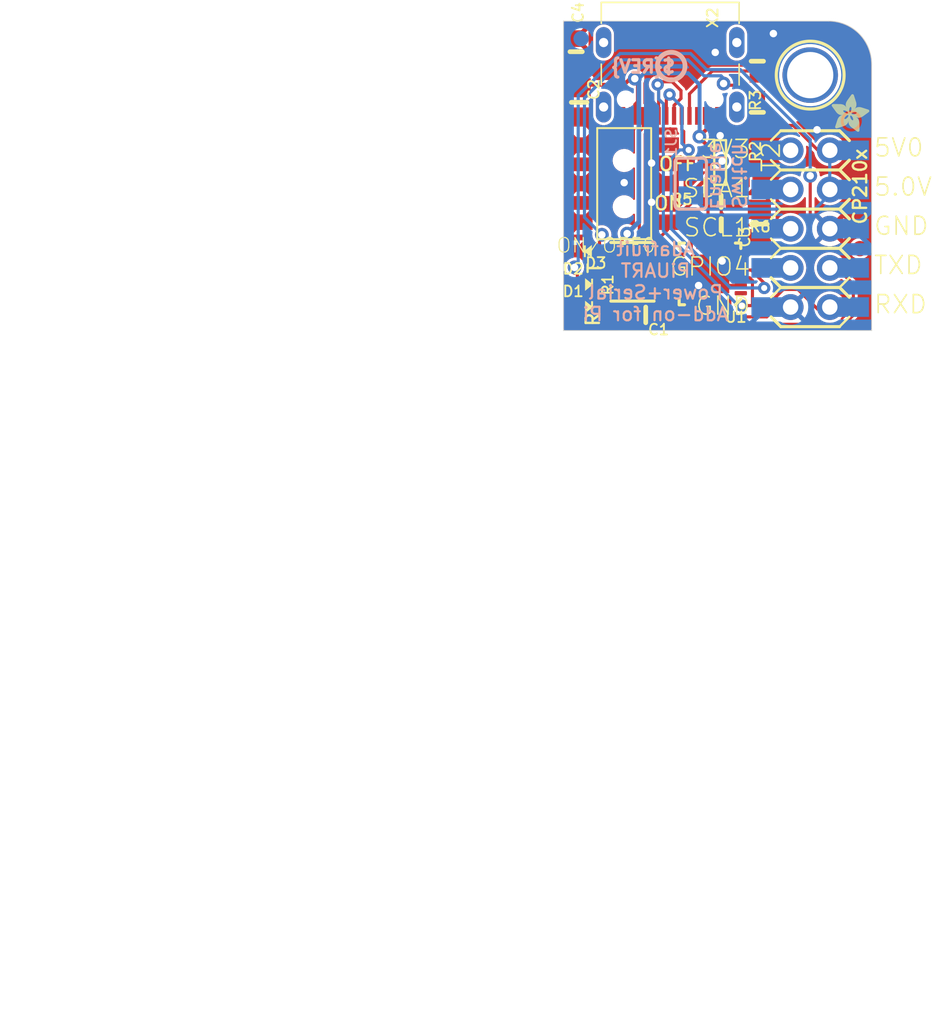
<source format=kicad_pcb>
(kicad_pcb (version 20221018) (generator pcbnew)
  (layers (0 "F.Cu" signal) (31 "B.Cu" signal) (34 "B.Paste" user) (35 "F.Paste" user) (36 "B.SilkS" user "B.Silkscreen") (37 "F.SilkS" user "F.Silkscreen") (38 "B.Mask" user) (39 "F.Mask" user) (44 "Edge.Cuts" user))
  (net 0 "")
  (net 1 "N$2")
  (net 2 "N$3")
  (net 3 "GND")
  (net 4 "N$4")
  (net 5 "VBUS")
  (net 6 "3.3V")
  (net 7 "N$6")
  (net 8 "N$7")
  (net 9 "RXD")
  (net 10 "TXD")
  (net 11 "VIN")
  (net 12 "N$13")
  (net 13 "NC1")
  (net 14 "NC2")
  (net 15 "NC4")
  (net 16 "NC3")
  (net 17 "5V")
  (net 18 "N$5")
  (net 19 "N$8")
  (net 20 "N$1")
  (net 21 "VBUS_DETECT")
  (net 22 "N$9")
  (net 23 "N$10")
  (footprint "working:MOUNTINGHOLE_3.0_PLATEDTHIN" (layer "F.Cu") (at 154.5082 98.4758)
    (fp_text reference "U$18" hide)
    (fp_text value "MOUNTINGHOLE3.0THIN" hide)
    (pad "P$1" thru_hole circle (at 0 0) (size 3.6 3.6) (drill 3) (layers "*.Cu" "*.Mask"))
    (zone (net 0) (net_name "") (layer "F.Cu") (connect_pads (clearance 0)) (min_thickness 0.25)
      (keepout (tracks not_allowed) (vias not_allowed) (pads not_allowed) (copperpour not_allowed) (footprints allowed))
      (fill (thermal_gap 0.5) (thermal_bridge_width 0.5))
      (polygon (pts (xy 156.5242 98.4758) (xy 156.50458 98.195227) (xy 156.446104 97.920115) (xy 156.349908 97.655819) (xy 156.217865 97.407483) (xy 156.052546 97.17994) (xy 155.857167 96.97762) (xy 155.635533 96.80446) (xy 155.391956 96.663831) (xy 155.131178 96.55847) (xy 154.858275 96.490428) (xy 154.578557 96.461028) (xy 154.297471 96.470844) (xy 154.020485 96.519684) (xy 153.752993 96.606597) (xy 153.5002 96.729893) (xy 153.267026 96.88717) (xy 153.058011 97.075369) (xy 152.877222 97.290825) (xy 152.728178 97.529345) (xy 152.61378 97.786287) (xy 152.536254 98.05665) (xy 152.497111 98.335171) (xy 152.497111 98.616429) (xy 152.536254 98.89495) (xy 152.61378 99.165313) (xy 152.728178 99.422255) (xy 152.877222 99.660775) (xy 153.058011 99.876231) (xy 153.267026 100.06443) (xy 153.5002 100.221707) (xy 153.752993 100.345003) (xy 154.020485 100.431916) (xy 154.297471 100.480756) (xy 154.578557 100.490572) (xy 154.858275 100.461172) (xy 155.131178 100.39313) (xy 155.391956 100.287769) (xy 155.635533 100.14714) (xy 155.857167 99.97398) (xy 156.052546 99.77166) (xy 156.217865 99.544117) (xy 156.349908 99.295781) (xy 156.446104 99.031485) (xy 156.50458 98.756373)))
      (polygon (pts (xy 154.4922 98.4758) (xy 154.496886 98.487114) (xy 154.5082 98.4918) (xy 154.519514 98.487114) (xy 154.5242 98.4758) (xy 154.519514 98.464486) (xy 154.5082 98.4598) (xy 154.496886 98.464486)))
    )
    (zone (net 0) (net_name "") (layer "B.Cu") (connect_pads (clearance 0)) (min_thickness 0.25)
      (keepout (tracks not_allowed) (vias not_allowed) (pads not_allowed) (copperpour not_allowed) (footprints allowed))
      (fill (thermal_gap 0.5) (thermal_bridge_width 0.5))
      (polygon (pts (xy 156.5242 98.4758) (xy 156.50458 98.195227) (xy 156.446104 97.920115) (xy 156.349908 97.655819) (xy 156.217865 97.407483) (xy 156.052546 97.17994) (xy 155.857167 96.97762) (xy 155.635533 96.80446) (xy 155.391956 96.663831) (xy 155.131178 96.55847) (xy 154.858275 96.490428) (xy 154.578557 96.461028) (xy 154.297471 96.470844) (xy 154.020485 96.519684) (xy 153.752993 96.606597) (xy 153.5002 96.729893) (xy 153.267026 96.88717) (xy 153.058011 97.075369) (xy 152.877222 97.290825) (xy 152.728178 97.529345) (xy 152.61378 97.786287) (xy 152.536254 98.05665) (xy 152.497111 98.335171) (xy 152.497111 98.616429) (xy 152.536254 98.89495) (xy 152.61378 99.165313) (xy 152.728178 99.422255) (xy 152.877222 99.660775) (xy 153.058011 99.876231) (xy 153.267026 100.06443) (xy 153.5002 100.221707) (xy 153.752993 100.345003) (xy 154.020485 100.431916) (xy 154.297471 100.480756) (xy 154.578557 100.490572) (xy 154.858275 100.461172) (xy 155.131178 100.39313) (xy 155.391956 100.287769) (xy 155.635533 100.14714) (xy 155.857167 99.97398) (xy 156.052546 99.77166) (xy 156.217865 99.544117) (xy 156.349908 99.295781) (xy 156.446104 99.031485) (xy 156.50458 98.756373)))
      (polygon (pts (xy 154.4922 98.4758) (xy 154.496886 98.487114) (xy 154.5082 98.4918) (xy 154.519514 98.487114) (xy 154.5242 98.4758) (xy 154.519514 98.464486) (xy 154.5082 98.4598) (xy 154.496886 98.464486)))
    )
  )
  (footprint "working:0603-NO" (layer "F.Cu") (at 148.7297 106.6546 180)
    (fp_text reference "R5" (at 1.778 0.127) (layer "F.SilkS") (effects (font (size 0.692831 0.692831) (thickness 0.119969)) (justify right)))
    (fp_text value "47K")
    (pad "1" smd rect (at -0.85 0 180) (size 1.075 1) (layers "F.Cu" "F.Paste" "F.Mask") (net 3 "GND"))
    (pad "2" smd rect (at 0.85 0 180) (size 1.075 1) (layers "F.Cu" "F.Paste" "F.Mask") (net 21 "VBUS_DETECT"))
  )
  (footprint "working:USB_C_CUSB31-CFM2AX-01-X" (layer "F.Cu") (at 145.4277 97.5741 180)
    (fp_text reference "X2" (at -2.75 3.56 90) (layer "F.SilkS") (effects (font (size 0.692831 0.692831) (thickness 0.119969)) (justify right)))
    (fp_text value "")
    (pad "" np_thru_hole circle (at -2.89 -2.47 180) (size 0.65 0.65) (drill 0.65) (layers "*.Cu" "*.Mask"))
    (pad "" np_thru_hole circle (at 2.89 -2.47 180) (size 0.65 0.65) (drill 0.65) (layers "*.Cu" "*.Mask"))
    (pad "A1B12" smd rect (at -3.2 -3.545 180) (size 0.575 1.15) (layers "F.Cu" "F.Paste" "F.Mask") (net 3 "GND"))
    (pad "A4B9" smd rect (at -2.4 -3.545 180) (size 0.575 1.15) (layers "F.Cu" "F.Paste" "F.Mask") (net 5 "VBUS"))
    (pad "A5" smd rect (at -1.25 -3.545 180) (size 0.275 1.15) (layers "F.Cu" "F.Paste" "F.Mask") (net 23 "N$10"))
    (pad "A6" smd rect (at -0.25 -3.545 180) (size 0.275 1.15) (layers "F.Cu" "F.Paste" "F.Mask") (net 1 "N$2"))
    (pad "A7" smd rect (at 0.25 -3.545 180) (size 0.275 1.15) (layers "F.Cu" "F.Paste" "F.Mask") (net 2 "N$3"))
    (pad "A8" smd rect (at 1.25 -3.545 180) (size 0.275 1.15) (layers "F.Cu" "F.Paste" "F.Mask"))
    (pad "B1A12" smd rect (at 3.2 -3.545 180) (size 0.575 1.15) (layers "F.Cu" "F.Paste" "F.Mask") (net 3 "GND"))
    (pad "B4A9" smd rect (at 2.4 -3.545 180) (size 0.575 1.15) (layers "F.Cu" "F.Paste" "F.Mask") (net 5 "VBUS"))
    (pad "B5" smd rect (at 1.75 -3.545 180) (size 0.275 1.15) (layers "F.Cu" "F.Paste" "F.Mask") (net 22 "N$9"))
    (pad "B6" smd rect (at 0.75 -3.545 180) (size 0.275 1.15) (layers "F.Cu" "F.Paste" "F.Mask") (net 1 "N$2"))
    (pad "B7" smd rect (at -0.75 -3.545 180) (size 0.275 1.15) (layers "F.Cu" "F.Paste" "F.Mask") (net 2 "N$3"))
    (pad "B8" smd rect (at -1.75 -3.545 180) (size 0.275 1.15) (layers "F.Cu" "F.Paste" "F.Mask"))
    (pad "M1" thru_hole oval (at -4.32 -2.97 270) (size 2 1) (drill 0.6) (layers "*.Cu" "*.Mask"))
    (pad "M2" thru_hole oval (at 4.32 -2.97 270) (size 2 1) (drill 0.6) (layers "*.Cu" "*.Mask"))
    (pad "M3" thru_hole oval (at -4.32 1.21 270) (size 2 1) (drill 0.6) (layers "*.Cu" "*.Mask"))
    (pad "M4" thru_hole oval (at 4.32 1.21 270) (size 2 1) (drill 0.6) (layers "*.Cu" "*.Mask"))
  )
  (footprint "working:0603-NO" (layer "F.Cu") (at 139.3267 96.9581 90)
    (fp_text reference "C4" (at 1.778 0.127 90) (layer "F.SilkS") (effects (font (size 0.692831 0.692831) (thickness 0.119969)) (justify left)))
    (fp_text value "0.1uF")
    (pad "1" smd rect (at -0.85 0 90) (size 1.075 1) (layers "F.Cu" "F.Paste" "F.Mask") (net 5 "VBUS"))
    (pad "2" smd rect (at 0.85 0 90) (size 1.075 1) (layers "F.Cu" "F.Paste" "F.Mask") (net 3 "GND"))
  )
  (footprint "working:ADAFRUIT_2.5MM" (layer "F.Cu") (at 155.9052 102.1461)
    (fp_text reference "U$8" hide)
    (fp_text value "" hide)
  )
  (footprint "working:0805-NO" (layer "F.Cu") (at 139.5222 100.2411 -90)
    (fp_text reference "C2" (at -1.5875 -0.9525 90) (layer "F.SilkS") (effects (font (size 0.692831 0.692831) (thickness 0.119969)) (justify right)))
    (fp_text value "10uF")
    (pad "1" smd rect (at -0.95 0 270) (size 1.24 1.5) (layers "F.Cu" "F.Paste" "F.Mask") (net 5 "VBUS"))
    (pad "2" smd rect (at 0.95 0 270) (size 1.24 1.5) (layers "F.Cu" "F.Paste" "F.Mask") (net 3 "GND"))
  )
  (footprint "working:RASPBERRYPI_2X5_THMSMT" (layer "F.Cu") (at 154.5082 108.4326)
    (fp_text reference "U$9" hide)
    (fp_text value "RASPBERRYPI_2X5" hide)
    (fp_text user "GPIO4" (at -3.81 1.778) (layer "F.SilkS") (effects (font (size 1.1684 1.1684) (thickness 0.1016)) (justify right top)))
    (fp_text user "SCL1" (at -3.81 -0.762) (layer "F.SilkS") (effects (font (size 1.1684 1.1684) (thickness 0.1016)) (justify right top)))
    (fp_text user "5.0V" (at 4.064 -2.032) (layer "F.SilkS") (effects (font (size 1.1684 1.1684) (thickness 0.1016)) (justify left bottom)))
    (fp_text user "3V3" (at -3.81 -5.842) (layer "F.SilkS") (effects (font (size 1.1684 1.1684) (thickness 0.1016)) (justify right top)))
    (fp_text user "SDA1" (at -3.81 -3.302) (layer "F.SilkS") (effects (font (size 1.1684 1.1684) (thickness 0.1016)) (justify right top)))
    (fp_text user "GND" (at -3.81 4.318) (layer "F.SilkS") (effects (font (size 1.1684 1.1684) (thickness 0.1016)) (justify right top)))
    (fp_text user "5V0" (at 4.064 -4.572) (layer "F.SilkS") (effects (font (size 1.1684 1.1684) (thickness 0.1016)) (justify left bottom)))
    (fp_text user "GND" (at 4.064 0.508) (layer "F.SilkS") (effects (font (size 1.1684 1.1684) (thickness 0.1016)) (justify left bottom)))
    (fp_text user "TXD" (at 4.064 3.048) (layer "F.SilkS") (effects (font (size 1.1684 1.1684) (thickness 0.1016)) (justify left bottom)))
    (fp_text user "RXD" (at 4.064 5.588) (layer "F.SilkS") (effects (font (size 1.1684 1.1684) (thickness 0.1016)) (justify left bottom)))
    (pad "1" thru_hole circle (at -1.27 -5.08 270) (size 1.6764 1.6764) (drill 1) (layers "*.Cu" "*.Mask") (net 13 "NC1"))
    (pad "1'" smd rect (at -2.794 -5.08 90) (size 1.27 2.032) (layers "B.Cu" "B.Paste" "B.Mask") (net 13 "NC1"))
    (pad "2" thru_hole circle (at 1.27 -5.08 270) (size 1.6764 1.6764) (drill 1) (layers "*.Cu" "*.Mask") (net 17 "5V"))
    (pad "2'" smd rect (at 2.794 -5.08 90) (size 1.27 2.032) (layers "B.Cu" "B.Paste" "B.Mask") (net 17 "5V"))
    (pad "3" thru_hole circle (at -1.27 -2.54 270) (size 1.6764 1.6764) (drill 1) (layers "*.Cu" "*.Mask") (net 14 "NC2"))
    (pad "3'" smd rect (at -2.794 -2.54 90) (size 1.27 2.032) (layers "B.Cu" "B.Paste" "B.Mask") (net 14 "NC2"))
    (pad "4" thru_hole circle (at 1.27 -2.54 270) (size 1.6764 1.6764) (drill 1) (layers "*.Cu" "*.Mask") (net 17 "5V"))
    (pad "4'" smd rect (at 2.794 -2.54 90) (size 1.27 2.032) (layers "B.Cu" "B.Paste" "B.Mask") (net 17 "5V"))
    (pad "5" thru_hole circle (at -1.27 0 270) (size 1.6764 1.6764) (drill 1) (layers "*.Cu" "*.Mask") (net 16 "NC3"))
    (pad "5'" smd rect (at -2.794 0 90) (size 1.27 2.032) (layers "B.Cu" "B.Paste" "B.Mask") (net 16 "NC3"))
    (pad "6" thru_hole circle (at 1.27 0 270) (size 1.6764 1.6764) (drill 1) (layers "*.Cu" "*.Mask") (net 3 "GND"))
    (pad "6'" smd rect (at 2.794 0 90) (size 1.27 2.032) (layers "B.Cu" "B.Paste" "B.Mask") (net 3 "GND"))
    (pad "7" thru_hole circle (at -1.27 2.54 270) (size 1.6764 1.6764) (drill 1) (layers "*.Cu" "*.Mask") (net 15 "NC4"))
    (pad "7'" smd rect (at -2.794 2.54 90) (size 1.27 2.032) (layers "B.Cu" "B.Paste" "B.Mask") (net 15 "NC4"))
    (pad "8" thru_hole circle (at 1.27 2.54 270) (size 1.6764 1.6764) (drill 1) (layers "*.Cu" "*.Mask") (net 10 "TXD"))
    (pad "8'" smd rect (at 2.794 2.54 90) (size 1.27 2.032) (layers "B.Cu" "B.Paste" "B.Mask") (net 10 "TXD"))
    (pad "9" thru_hole circle (at -1.27 5.08 270) (size 1.6764 1.6764) (drill 1) (layers "*.Cu" "*.Mask") (net 3 "GND"))
    (pad "9'" smd rect (at -2.794 5.08 90) (size 1.27 2.032) (layers "B.Cu" "B.Paste" "B.Mask") (net 3 "GND"))
    (pad "10" thru_hole circle (at 1.27 5.08 270) (size 1.6764 1.6764) (drill 1) (layers "*.Cu" "*.Mask") (net 9 "RXD"))
    (pad "10'" smd rect (at 2.794 5.08 90) (size 1.27 2.032) (layers "B.Cu" "B.Paste" "B.Mask") (net 9 "RXD"))
    (zone (net 0) (net_name "") (layer "F.Cu") (connect_pads (clearance 0)) (min_thickness 0.25)
      (keepout (tracks not_allowed) (vias not_allowed) (pads not_allowed) (copperpour not_allowed) (footprints allowed))
      (fill (thermal_gap 0.5) (thermal_bridge_width 0.5))
      (polygon (pts (xy 157.6064 98.4706) (xy 157.586193 98.117227) (xy 157.525837 97.76846) (xy 157.426118 97.428847) (xy 157.288335 97.102815) (xy 157.114286 96.794613) (xy 156.906239 96.508261) (xy 156.666906 96.247491) (xy 156.399408 96.015703) (xy 156.107232 95.815918) (xy 155.794187 95.650741) (xy 155.464353 95.522325) (xy 155.12203 95.432344) (xy 154.771683 95.381972) (xy 154.417876 95.371864) (xy 154.065224 95.402154) (xy 153.718323 95.472445) (xy 153.381696 95.581822) (xy 153.059731 95.728858) (xy 152.756626 95.911637) (xy 152.476332 96.127776) (xy 152.222502 96.374458) (xy 151.998447 96.648466) (xy 151.807087 96.946228) (xy 151.650917 97.263863) (xy 151.531972 97.597229) (xy 151.451803 97.941981) (xy 151.411456 98.293625) (xy 151.411456 98.647575) (xy 151.451803 98.999219) (xy 151.531972 99.343971) (xy 151.650917 99.677337) (xy 151.807087 99.994972) (xy 151.998447 100.292734) (xy 152.222502 100.566742) (xy 152.476332 100.813424) (xy 152.756626 101.029563) (xy 153.059731 101.212342) (xy 153.381696 101.359378) (xy 153.718323 101.468755) (xy 154.065224 101.539046) (xy 154.417876 101.569336) (xy 154.771683 101.559228) (xy 155.12203 101.508856) (xy 155.464353 101.418875) (xy 155.794187 101.290459) (xy 156.107232 101.125282) (xy 156.399408 100.925497) (xy 156.666906 100.693709) (xy 156.906239 100.432939) (xy 157.114286 100.146587) (xy 157.288335 99.838385) (xy 157.426118 99.512353) (xy 157.525837 99.17274) (xy 157.586193 98.823973)))
    )
  )
  (footprint "working:RESPACK_4X0603" (layer "F.Cu") (at 142.9807 111.2261 90)
    (fp_text reference "R1" (at -1.6 -1.6 90) (layer "F.SilkS") (effects (font (size 0.692831 0.692831) (thickness 0.119969)) (justify left)))
    (fp_text value "5.1K")
    (pad "1" smd rect (at -1.3 0.85 90) (size 0.45 0.9) (layers "F.Cu" "F.Paste" "F.Mask") (net 18 "N$5"))
    (pad "2" smd rect (at -0.4 0.85 90) (size 0.45 0.9) (layers "F.Cu" "F.Paste" "F.Mask") (net 8 "N$7"))
    (pad "3" smd rect (at 0.4 0.85 90) (size 0.45 0.9) (layers "F.Cu" "F.Paste" "F.Mask") (net 3 "GND"))
    (pad "4" smd rect (at 1.3 0.85 90) (size 0.45 0.9) (layers "F.Cu" "F.Paste" "F.Mask") (net 12 "N$13"))
    (pad "5" smd rect (at 1.3 -0.85 90) (size 0.45 0.9) (layers "F.Cu" "F.Paste" "F.Mask") (net 5 "VBUS"))
    (pad "6" smd rect (at 0.4 -0.85 90) (size 0.45 0.9) (layers "F.Cu" "F.Paste" "F.Mask") (net 22 "N$9"))
    (pad "7" smd rect (at -0.4 -0.85 90) (size 0.45 0.9) (layers "F.Cu" "F.Paste" "F.Mask") (net 19 "N$8"))
    (pad "8" smd rect (at -1.3 -0.85 90) (size 0.45 0.9) (layers "F.Cu" "F.Paste" "F.Mask") (net 7 "N$6"))
  )
  (footprint "working:SOT-23" (layer "F.Cu") (at 148.6662 104.1146 -90)
    (fp_text reference "T2" (at -1.397 -3.302 90) (layer "F.SilkS") (effects (font (size 1.1557 1.1557) (thickness 0.1143)) (justify right)))
    (fp_text value "DMG3415U")
    (pad "1" smd rect (at 0.0254 1.016 270) (size 0.7874 0.889) (layers "F.Cu" "F.Paste" "F.Mask") (net 11 "VIN"))
    (pad "2" smd rect (at -0.9398 -1.016 270) (size 0.7874 0.889) (layers "F.Cu" "F.Paste" "F.Mask") (net 5 "VBUS"))
    (pad "3" smd rect (at 0.9906 -1.016 270) (size 0.7874 0.889) (layers "F.Cu" "F.Paste" "F.Mask") (net 12 "N$13"))
  )
  (footprint "working:0603-NO" (layer "F.Cu") (at 151.0792 97.5741 -90)
    (fp_text reference "R3" (at 1.778 0.127 90) (layer "F.SilkS") (effects (font (size 0.692831 0.692831) (thickness 0.119969)) (justify right)))
    (fp_text value "5.1K")
    (pad "1" smd rect (at -0.85 0 270) (size 1.075 1) (layers "F.Cu" "F.Paste" "F.Mask") (net 3 "GND"))
    (pad "2" smd rect (at 0.85 0 270) (size 1.075 1) (layers "F.Cu" "F.Paste" "F.Mask") (net 23 "N$10"))
  )
  (footprint "working:0603-NO" (layer "F.Cu") (at 151.0792 100.8888 -90)
    (fp_text reference "R2" (at 1.778 0.127 90) (layer "F.SilkS") (effects (font (size 0.692831 0.692831) (thickness 0.119969)) (justify right)))
    (fp_text value "47K")
    (pad "1" smd rect (at -0.85 0 270) (size 1.075 1) (layers "F.Cu" "F.Paste" "F.Mask") (net 20 "N$1"))
    (pad "2" smd rect (at 0.85 0 270) (size 1.075 1) (layers "F.Cu" "F.Paste" "F.Mask") (net 17 "5V"))
  )
  (footprint "working:QFN24_4MM_SMSC" (layer "F.Cu") (at 148.0067 111.3631 180)
    (fp_text reference "U1" (at -2.45 -2.8) (layer "F.SilkS") (effects (font (size 0.692831 0.692831) (thickness 0.119969)) (justify right)))
    (fp_text value "CP2104")
    (pad "1" smd roundrect (at -2 -1.25) (size 0.8 0.28) (layers "F.Cu" "F.Paste" "F.Mask"))
    (pad "2" smd roundrect (at -2 -0.75) (size 0.8 0.28) (layers "F.Cu" "F.Paste" "F.Mask") (net 3 "GND"))
    (pad "3" smd roundrect (at -2 -0.25) (size 0.8 0.28) (layers "F.Cu" "F.Paste" "F.Mask") (net 1 "N$2"))
    (pad "4" smd roundrect (at -2 0.25) (size 0.8 0.28) (layers "F.Cu" "F.Paste" "F.Mask") (net 2 "N$3"))
    (pad "5" smd roundrect (at -2 0.75) (size 0.8 0.28) (layers "F.Cu" "F.Paste" "F.Mask") (net 6 "3.3V"))
    (pad "6" smd roundrect (at -2 1.25) (size 0.8 0.28) (layers "F.Cu" "F.Paste" "F.Mask") (net 6 "3.3V"))
    (pad "7" smd roundrect (at -1.25 2 270) (size 0.8 0.28) (layers "F.Cu" "F.Paste" "F.Mask") (net 5 "VBUS"))
    (pad "8" smd roundrect (at -0.75 2 270) (size 0.8 0.28) (layers "F.Cu" "F.Paste" "F.Mask") (net 21 "VBUS_DETECT"))
    (pad "9" smd roundrect (at -0.25 2 270) (size 0.8 0.28) (layers "F.Cu" "F.Paste" "F.Mask"))
    (pad "10" smd roundrect (at 0.25 2 270) (size 0.8 0.28) (layers "F.Cu" "F.Paste" "F.Mask"))
    (pad "11" smd roundrect (at 0.75 2 270) (size 0.8 0.28) (layers "F.Cu" "F.Paste" "F.Mask"))
    (pad "12" smd roundrect (at 1.25 2 270) (size 0.8 0.28) (layers "F.Cu" "F.Paste" "F.Mask"))
    (pad "13" smd roundrect (at 2 1.25 180) (size 0.8 0.28) (layers "F.Cu" "F.Paste" "F.Mask") (net 8 "N$7"))
    (pad "14" smd roundrect (at 2 0.75 180) (size 0.8 0.28) (layers "F.Cu" "F.Paste" "F.Mask") (net 18 "N$5"))
    (pad "15" smd roundrect (at 2 0.25 180) (size 0.8 0.28) (layers "F.Cu" "F.Paste" "F.Mask"))
    (pad "16" smd roundrect (at 2 -0.25 180) (size 0.8 0.28) (layers "F.Cu" "F.Paste" "F.Mask") (net 4 "N$4"))
    (pad "17" smd roundrect (at 2 -0.75 180) (size 0.8 0.28) (layers "F.Cu" "F.Paste" "F.Mask"))
    (pad "18" smd roundrect (at 2 -1.25 180) (size 0.8 0.28) (layers "F.Cu" "F.Paste" "F.Mask"))
    (pad "19" smd roundrect (at 1.25 -2 90) (size 0.8 0.28) (layers "F.Cu" "F.Paste" "F.Mask"))
    (pad "20" smd roundrect (at 0.75 -2 90) (size 0.8 0.28) (layers "F.Cu" "F.Paste" "F.Mask") (net 10 "TXD"))
    (pad "21" smd roundrect (at 0.25 -2 90) (size 0.8 0.28) (layers "F.Cu" "F.Paste" "F.Mask") (net 9 "RXD"))
    (pad "22" smd roundrect (at -0.25 -2 90) (size 0.8 0.28) (layers "F.Cu" "F.Paste" "F.Mask"))
    (pad "23" smd roundrect (at -0.75 -2 90) (size 0.8 0.28) (layers "F.Cu" "F.Paste" "F.Mask"))
    (pad "24" smd roundrect (at -1.25 -2 90) (size 0.8 0.28) (layers "F.Cu" "F.Paste" "F.Mask"))
    (pad "THERM" smd rect (at 0 0 180) (size 2.5 2.5) (layers "F.Cu" "F.Mask") (net 3 "GND"))
  )
  (footprint "working:FIDUCIAL_1MM" (layer "F.Cu") (at 157.7297 109.7251)
    (fp_text reference "FID1" hide)
    (fp_text value "FIDUCIAL_1MM" hide)
    (pad "1" smd roundrect (at 0 0) (size 1 1) (layers "F.Cu" "F.Mask") (roundrect_rratio 0.5))
  )
  (footprint "working:0805-NO" (layer "F.Cu") (at 143.8402 114.0206 180)
    (fp_text reference "C1" (at -1.5875 -0.9525) (layer "F.SilkS") (effects (font (size 0.692831 0.692831) (thickness 0.119969)) (justify right)))
    (fp_text value "10uF")
    (pad "1" smd rect (at -0.95 0 180) (size 1.24 1.5) (layers "F.Cu" "F.Paste" "F.Mask") (net 4 "N$4"))
    (pad "2" smd rect (at 0.95 0 180) (size 1.24 1.5) (layers "F.Cu" "F.Paste" "F.Mask") (net 3 "GND"))
  )
  (footprint "working:CHIPLED_0603_NOOUTLINE" (layer "F.Cu") (at 140.1572 112.0521 -90)
    (fp_text reference "D2" (at -1.016 1.778) (layer "F.SilkS") (effects (font (size 0.692831 0.692831) (thickness 0.119969)) (justify left)))
    (fp_text value "YELLOW")
    (pad "A" smd rect (at 0 0.75 270) (size 0.8 0.8) (layers "F.Cu" "F.Paste" "F.Mask") (net 6 "3.3V"))
    (pad "C" smd rect (at 0 -0.75 270) (size 0.8 0.8) (layers "F.Cu" "F.Paste" "F.Mask") (net 19 "N$8"))
  )
  (footprint "working:CHIPLED_0603_NOOUTLINE" (layer "F.Cu") (at 140.1572 113.5126 -90)
    (fp_text reference "D1" (at -1.016 1.778) (layer "F.SilkS") (effects (font (size 0.692831 0.692831) (thickness 0.119969)) (justify left)))
    (fp_text value "RED")
    (pad "A" smd rect (at 0 0.75 270) (size 0.8 0.8) (layers "F.Cu" "F.Paste" "F.Mask") (net 6 "3.3V"))
    (pad "C" smd rect (at 0 -0.75 270) (size 0.8 0.8) (layers "F.Cu" "F.Paste" "F.Mask") (net 7 "N$6"))
  )
  (footprint "working:EG1390" (layer "F.Cu") (at 142.4432 105.5116 90)
    (fp_text reference "ON/OFF0" (at -4 2.1) (layer "F.SilkS") (effects (font (size 0.941222 0.941222) (thickness 0.074778)) (justify right)))
    (fp_text value "EG1390")
    (pad "" np_thru_hole circle (at -1.5 0 90) (size 1 1) (drill 1) (layers "*.Cu" "*.Mask"))
    (pad "" np_thru_hole circle (at 1.5 0 90) (size 1 1) (drill 1) (layers "*.Cu" "*.Mask"))
    (pad "O1" smd rect (at -2.5 -2.8 90) (size 1 1.5) (layers "F.Cu" "F.Paste" "F.Mask") (net 3 "GND"))
    (pad "O2" smd rect (at -2.5 2.8 90) (size 1 1.5) (layers "F.Cu" "F.Paste" "F.Mask") (net 12 "N$13"))
    (pad "P1" smd rect (at 0 -2.8 90) (size 1 1.5) (layers "F.Cu" "F.Paste" "F.Mask") (net 3 "GND"))
    (pad "P2" smd rect (at 0 2.8 90) (size 1 1.5) (layers "F.Cu" "F.Paste" "F.Mask") (net 3 "GND"))
    (pad "S1" smd rect (at 2.5 -2.8 90) (size 1 1.5) (layers "F.Cu" "F.Paste" "F.Mask") (net 3 "GND"))
    (pad "S2" smd rect (at 2.5 2.8 90) (size 1 1.5) (layers "F.Cu" "F.Paste" "F.Mask"))
  )
  (footprint "working:CHIPLED_0603_NOOUTLINE" (layer "F.Cu") (at 140.0937 109.8931 90)
    (fp_text reference "D3" (at -0.762 1.27) (layer "F.SilkS") (effects (font (size 0.692831 0.692831) (thickness 0.119969)) (justify right)))
    (fp_text value "GREEN")
    (pad "A" smd rect (at 0 0.75 90) (size 0.8 0.8) (layers "F.Cu" "F.Paste" "F.Mask") (net 20 "N$1"))
    (pad "C" smd rect (at 0 -0.75 90) (size 0.8 0.8) (layers "F.Cu" "F.Paste" "F.Mask") (net 3 "GND"))
  )
  (footprint "working:0805-NO" (layer "F.Cu") (at 151.2107 108.1341 90)
    (fp_text reference "C3" (at -1.5875 -0.9525 90) (layer "F.SilkS") (effects (font (size 0.692831 0.692831) (thickness 0.119969)) (justify left)))
    (fp_text value "10uF")
    (pad "1" smd rect (at -0.95 0 90) (size 1.24 1.5) (layers "F.Cu" "F.Paste" "F.Mask") (net 6 "3.3V"))
    (pad "2" smd rect (at 0.95 0 90) (size 1.24 1.5) (layers "F.Cu" "F.Paste" "F.Mask") (net 3 "GND"))
  )
  (footprint "working:FIDUCIAL_1MM" (layer "F.Cu") (at 142.8877 96.0501)
    (fp_text reference "FID2" hide)
    (fp_text value "FIDUCIAL_1MM" hide)
    (pad "1" smd roundrect (at 0 0) (size 1 1) (layers "F.Cu" "F.Mask") (roundrect_rratio 0.5))
  )
  (footprint "working:0603-NO" (layer "F.Cu") (at 148.7297 108.1786)
    (fp_text reference "R6" (at 1.778 0.127) (layer "F.SilkS") (effects (font (size 0.692831 0.692831) (thickness 0.119969)) (justify left)))
    (fp_text value "20K")
    (pad "1" smd rect (at -0.85 0) (size 1.075 1) (layers "F.Cu" "F.Paste" "F.Mask") (net 21 "VBUS_DETECT"))
    (pad "2" smd rect (at 0.85 0) (size 1.075 1) (layers "F.Cu" "F.Paste" "F.Mask") (net 5 "VBUS"))
  )
  (footprint "working:FIDUCIAL_1MM" (layer "B.Cu") (at 157.1752 101.4476 180)
    (fp_text reference "FID3" hide)
    (fp_text value "FIDUCIAL_1MM" hide)
    (pad "1" smd roundrect (at 0 0 180) (size 1 1) (layers "B.Cu" "B.Mask") (roundrect_rratio 0.5))
  )
  (footprint "working:PCBFEAT-REV-040" (layer "B.Cu") (at 145.4912 97.8916 180)
    (fp_text reference "U$17" hide)
    (fp_text value "" hide)
    (fp_text user "${REV}" (at -0.3556 -0.508) (layer "B.SilkS") (effects (font (size 0.8128 0.8128) (thickness 0.2032)) (justify left bottom mirror)))
  )
  (footprint "working:FIDUCIAL_1MM" (layer "B.Cu") (at 139.6492 96.1136 180)
    (fp_text reference "FID4" hide)
    (fp_text value "FIDUCIAL_1MM" hide)
    (pad "1" smd roundrect (at 0 0 180) (size 1 1) (layers "B.Cu" "B.Mask") (roundrect_rratio 0.5))
  )
  (footprint "working:SOLDERJUMPER_CLOSEDWIRE" (layer "B.Cu") (at 146.7612 105.5116 -90)
    (fp_text reference "SJ1" (at -1.651 1.27 -270) (layer "B.SilkS") (effects (font (size 0.692831 0.692831) (thickness 0.119969)) (justify right mirror)))
    (fp_text value "")
    (pad "1" smd rect (at -0.762 0 270) (size 1.1684 1.6002) (layers "B.Cu") (net 11 "VIN"))
    (pad "2" smd rect (at 0.762 0 270) (size 1.1684 1.6002) (layers "B.Cu") (net 17 "5V"))
    (pad "WIRE" smd rect (at 0 0 90) (size 0.635 0.2032) (layers "B.Cu"))
  )
  (gr_line (start 158.496 115.0366) (end 138.5062 115.0366) (stroke (width 0.05)) (layer "Edge.Cuts"))
  (gr_line (start 138.5062 94.9706) (end 155.702 94.9706) (stroke (width 0.05)) (layer "Edge.Cuts"))
  (gr_arc (start 155.702 94.9706) (mid 157.677656 95.788944) (end 158.496 97.7646) (stroke (width 0.05)) (layer "Edge.Cuts"))
  (gr_line (start 158.496 97.7646) (end 158.496 115.0366) (stroke (width 0.05)) (layer "Edge.Cuts"))
  (gr_line (start 138.5062 115.0366) (end 138.5062 94.9706) (stroke (width 0.05)) (layer "Edge.Cuts"))
  (gr_text "Switch\nEnable" (at 149.1742 105.0036 -90) (layer "B.SilkS") (effects (font (size 0.87376 0.87376) (thickness 0.14224)) (justify mirror)))
  (gr_text "Adafruit\nPiUART\nPower+Serial\nAdd-on for Pi" (at 144.4752 111.8616) (layer "B.SilkS") (effects (font (size 0.87376 0.87376) (thickness 0.14224)) (justify mirror)))
  (gr_text "T" (at 141.0462 111.4171 90) (layer "F.SilkS") (effects (font (size 0.8636 0.8636) (thickness 0.1524)) (justify left bottom)))
  (gr_text "R" (at 140.9192 114.8461 90) (layer "F.SilkS") (effects (font (size 0.8636 0.8636) (thickness 0.1524)) (justify left bottom)))
  (gr_text "CP210x" (at 157.7467 105.7021 90) (layer "F.SilkS") (effects (font (size 0.8636 0.8636) (thickness 0.1524))))
  (gr_text "OFF" (at 147.2057 103.7336) (layer "F.SilkS") (effects (font (size 0.87376 0.87376) (thickness 0.14224)) (justify right top)))
  (gr_text "ON" (at 146.3167 106.2736) (layer "F.SilkS") (effects (font (size 0.87376 0.87376) (thickness 0.14224)) (justify right top)))
  (segment (start 144.612853 99.084754) (end 144.6777 99.1496) (width 0.2032) (layer "F.Cu") (net 1))
  (segment (start 146.1262 99.4791) (end 146.1262 99.9871) (width 0.2032) (layer "F.Cu") (net 1))
  (segment (start 144.6777 99.1496) (end 144.9197 98.9076) (width 0.2032) (layer "F.Cu") (net 1))
  (segment (start 145.5547 98.9076) (end 146.1262 99.4791) (width 0.2032) (layer "F.Cu") (net 1))
  (segment (start 145.6777 100.4356) (end 145.6777 101.1191) (width 0.2032) (layer "F.Cu") (net 1))
  (segment (start 146.1262 99.9871) (end 145.6777 100.4356) (width 0.2032) (layer "F.Cu") (net 1))
  (segment (start 150.7617 111.7966) (end 150.7617 113.41735) (width 0.2032) (layer "F.Cu") (net 1))
  (segment (start 150.0067 111.6131) (end 150.5782 111.6131) (width 0.2032) (layer "F.Cu") (net 1))
  (segment (start 144.6777 101.1191) (end 144.6777 99.1496) (width 0.2032) (layer "F.Cu") (net 1))
  (segment (start 150.0632 113.41735) (end 150.7617 113.41735) (width 0.2032) (layer "F.Cu") (net 1))
  (segment (start 150.7617 111.7966) (end 150.5782 111.6131) (width 0.2032) (layer "F.Cu") (net 1))
  (segment (start 144.9197 98.9076) (end 145.5547 98.9076) (width 0.2032) (layer "F.Cu") (net 1))
  (via (at 150.0632 113.41735) (size 0.8001) (drill 0.3937) (layers "F.Cu" "B.Cu") (net 1))
  (via (at 144.612853 99.084754) (size 0.8001) (drill 0.3937) (layers "F.Cu" "B.Cu") (net 1))
  (segment (start 144.6777 100.0259) (end 144.6777 99.1496) (width 0.2032) (layer "B.Cu") (net 1))
  (segment (start 149.84095 113.41735) (end 144.9832 108.5596) (width 0.2032) (layer "B.Cu") (net 1))
  (segment (start 144.6777 99.1496) (end 144.612853 99.084754) (width 0.2032) (layer "B.Cu") (net 1))
  (segment (start 144.9832 108.5596) (end 144.9832 100.3314) (width 0.2032) (layer "B.Cu") (net 1))
  (segment (start 150.0632 113.41735) (end 149.84095 113.41735) (width 0.2032) (layer "B.Cu") (net 1))
  (segment (start 144.9832 100.3314) (end 144.6777 100.0259) (width 0.2032) (layer "B.Cu") (net 1))
  (segment (start 146.3047 102.1351) (end 146.3047 103.010225) (width 0.2032) (layer "F.Cu") (net 2))
  (segment (start 150.0067 111.1131) (end 150.67995 111.1131) (width 0.2032) (layer "F.Cu") (net 2))
  (segment (start 146.3047 102.1351) (end 146.1777 102.0081) (width 0.2032) (layer "F.Cu") (net 2))
  (segment (start 151.5237 112.27435) (end 151.68245 112.1156) (width 0.2032) (layer "F.Cu") (net 2))
  (segment (start 145.1777 99.938788) (end 145.38255 99.733938) (width 0.2032) (layer "F.Cu") (net 2))
  (segment (start 146.3047 103.010225) (end 146.6222 103.327725) (width 0.2032) (layer "F.Cu") (net 2))
  (segment (start 151.68245 112.1156) (end 150.67995 111.1131) (width 0.2032) (layer "F.Cu") (net 2))
  (segment (start 145.1777 101.1191) (end 145.1777 99.938788) (width 0.2032) (layer "F.Cu") (net 2))
  (segment (start 146.1777 101.1191) (end 146.1777 102.0081) (width 0.2032) (layer "F.Cu") (net 2))
  (via (at 145.38255 99.733938) (size 0.8001) (drill 0.3937) (layers "F.Cu" "B.Cu") (net 2))
  (via (at 146.6222 103.327725) (size 0.8001) (drill 0.3937) (layers "F.Cu" "B.Cu") (net 2))
  (via (at 151.5237 112.27435) (size 0.8001) (drill 0.3937) (layers "F.Cu" "B.Cu") (net 2))
  (segment (start 149.33295 112.27435) (end 145.4912 108.4326) (width 0.2032) (layer "B.Cu") (net 2))
  (segment (start 146.1897 102.895225) (end 146.6222 103.327725) (width 0.2032) (layer "B.Cu") (net 2))
  (segment (start 146.6222 103.327725) (end 146.0507 103.327725) (width 0.2032) (layer "B.Cu") (net 2))
  (segment (start 151.5237 112.27435) (end 149.33295 112.27435) (width 0.2032) (layer "B.Cu") (net 2))
  (segment (start 145.4912 108.4326) (end 145.4912 103.887225) (width 0.2032) (layer "B.Cu") (net 2))
  (segment (start 146.0507 103.327725) (end 145.4912 103.887225) (width 0.2032) (layer "B.Cu") (net 2))
  (segment (start 145.38255 99.733938) (end 146.1897 100.541088) (width 0.2032) (layer "B.Cu") (net 2))
  (segment (start 146.1897 100.541088) (end 146.1897 102.895225) (width 0.2032) (layer "B.Cu") (net 2))
  (segment (start 142.8902 114.0206) (end 142.8902 113.8276) (width 0.254) (layer "F.Cu") (net 3))
  (segment (start 151.0792 96.8121) (end 151.0792 96.7241) (width 0.2032) (layer "F.Cu") (net 3))
  (segment (start 150.2605 97.6308) (end 151.0792 96.8121) (width 0.1778) (layer "F.Cu") (net 3))
  (segment (start 149.5797 106.6546) (end 150.6812 106.6546) (width 0.2032) (layer "F.Cu") (net 3))
  (segment (start 148.4512 110.5281) (end 148.4512 110.9186) (width 0.2032) (layer "F.Cu") (net 3))
  (segment (start 148.3487 97.0026) (end 148.801918 97.0026) (width 0.1778) (layer "F.Cu") (net 3))
  (segment (start 148.7932 110.5281) (end 148.4512 110.5281) (width 0.2032) (layer "F.Cu") (net 3))
  (segment (start 148.7567 112.1131) (end 149.0107 112.1131) (width 0.254) (layer "F.Cu") (net 3))
  (segment (start 148.0067 111.3631) (end 148.4512 110.9186) (width 0.2032) (layer "F.Cu") (net 3))
  (segment (start 148.0067 111.3631) (end 148.7567 112.1131) (width 0.254) (layer "F.Cu") (net 3))
  (segment (start 149.0107 112.1131) (end 150.0067 112.1131) (width 0.2032) (layer "F.Cu") (net 3))
  (segment (start 150.6812 106.6546) (end 151.2107 107.1841) (width 0.2032) (layer "F.Cu") (net 3))
  (segment (start 148.801918 97.0026) (end 149.430118 97.6308) (width 0.1778) (layer "F.Cu") (net 3))
  (segment (start 149.430118 97.6308) (end 150.2605 97.6308) (width 0.1778) (layer "F.Cu") (net 3))
  (via (at 142.4432 105.4481) (size 0.889) (drill 0.4826) (layers "F.Cu" "B.Cu") (net 3))
  (via (at 148.6662 102.4001) (size 0.889) (drill 0.4826) (layers "F.Cu" "B.Cu") (net 3))
  (via (at 147.2692 112.1156) (size 0.889) (drill 0.4826) (layers "F.Cu" "B.Cu") (net 3))
  (via (at 144.2212 104.1781) (size 0.889) (drill 0.4826) (layers "F.Cu" "B.Cu") (net 3))
  (via (at 148.7932 110.5281) (size 0.889) (drill 0.4826) (layers "F.Cu" "B.Cu") (net 3))
  (via (at 152.1206 95.7834) (size 0.889) (drill 0.4826) (layers "F.Cu" "B.Cu") (net 3))
  (via (at 148.3487 97.0026) (size 0.889) (drill 0.4826) (layers "F.Cu" "B.Cu") (net 3))
  (via (at 154.9527 102.0191) (size 0.889) (drill 0.4826) (layers "F.Cu" "B.Cu") (net 3))
  (via (at 144.2212 106.7181) (size 0.889) (drill 0.4826) (layers "F.Cu" "B.Cu") (net 3))
  (segment (start 157.3022 108.4326) (end 155.7782 108.4326) (width 0.2032) (layer "B.Cu") (net 3))
  (segment (start 145.531 111.6131) (end 145.15 111.9941) (width 0.2032) (layer "F.Cu") (net 4))
  (segment (start 145.15 113.49585) (end 144.7902 113.85565) (width 0.2032) (layer "F.Cu") (net 4))
  (segment (start 145.15 111.9941) (end 145.15 113.49585) (width 0.2032) (layer "F.Cu") (net 4))
  (segment (start 146.0067 111.6131) (end 145.531 111.6131) (width 0.2032) (layer "F.Cu") (net 4))
  (segment (start 144.7902 114.0206) (end 144.7902 113.85565) (width 0.2032) (layer "F.Cu") (net 4))
  (segment (start 143.129731 98.705132) (end 143.358 98.9334) (width 0.254) (layer "F.Cu") (net 5))
  (segment (start 150.3172 105.8291) (end 150.4823 105.664) (width 0.2032) (layer "F.Cu") (net 5))
  (segment (start 149.5797 108.1786) (end 149.2652 108.4931) (width 0.254) (layer "F.Cu") (net 5))
  (segment (start 148.7374 106.02835) (end 148.93665 105.8291) (width 0.2032) (layer "F.Cu") (net 5))
  (segment (start 148.93665 105.8291) (end 150.3172 105.8291) (width 0.2032) (layer "F.Cu") (net 5))
  (segment (start 139.5222 99.2911) (end 139.7127 99.1006) (width 0.254) (layer "F.Cu") (net 5))
  (segment (start 149.2652 108.4931) (end 149.2597 108.4931) (width 0.254) (layer "F.Cu") (net 5))
  (segment (start 150.4823 104.5591) (end 149.6822 103.759) (width 0.2032) (layer "F.Cu") (net 5))
  (segment (start 147.41495 102.62235) (end 147.9674 103.1748) (width 0.254) (layer "F.Cu") (net 5))
  (segment (start 147.9674 103.1748) (end 149.6822 103.1748) (width 0.254) (layer "F.Cu") (net 5))
  (segment (start 149.5162 108.1786) (end 148.7374 107.3998) (width 0.2032) (layer "F.Cu") (net 5))
  (segment (start 149.5797 108.1786) (end 149.5162 108.1786) (width 0.2032) (layer "F.Cu") (net 5))
  (segment (start 147.3197 102.4526) (end 147.3197 102.4636) (width 0.254) (layer "F.Cu") (net 5))
  (segment (start 143.0277 101.1191) (end 143.1801 100.9667) (width 0.254) (layer "F.Cu") (net 5))
  (segment (start 143.1801 100.400138) (end 143.1801 100.9667) (width 0.254) (layer "F.Cu") (net 5))
  (segment (start 139.3267 97.8081) (end 139.3267 99.0956) (width 0.2032) (layer "F.Cu") (net 5))
  (segment (start 142.6337 108.7501) (end 142.3162 109.0676) (width 0.2032) (layer "F.Cu") (net 5))
  (segment (start 147.41495 102.55885) (end 147.41495 102.62235) (width 0.254) (layer "F.Cu") (net 5))
  (segment (start 149.2597 109.3601) (end 149.2567 109.3631) (width 0.254) (layer "F.Cu") (net 5))
  (segment (start 143.358 100.222238) (end 143.1801 100.400138) (width 0.3048) (layer "F.Cu") (net 5))
  (segment (start 147.3197 102.4636) (end 147.41495 102.55885) (width 0.254) (layer "F.Cu") (net 5))
  (segment (start 147.8277 101.9446) (end 147.3197 102.4526) (width 0.254) (layer "F.Cu") (net 5))
  (segment (start 142.831168 98.705132) (end 143.129731 98.705132) (width 0.254) (layer "F.Cu") (net 5))
  (segment (start 142.831168 98.705132) (end 142.4357 99.1006) (width 0.254) (layer "F.Cu") (net 5))
  (segment (start 149.6822 103.1748) (end 149.6822 103.759) (width 0.2032) (layer "F.Cu") (net 5))
  (segment (start 142.3162 109.0676) (end 142.3162 109.7406) (width 0.2032) (layer "F.Cu") (net 5))
  (segment (start 147.8277 101.1191) (end 147.8277 101.9446) (width 0.254) (layer "F.Cu") (net 5))
  (segment (start 142.1307 109.9261) (end 142.3162 109.7406) (width 0.2032) (layer "F.Cu") (net 5))
  (segment (start 149.2597 108.4931) (end 149.2597 109.3601) (width 0.254) (layer "F.Cu") (net 5))
  (segment (start 148.7374 107.3998) (end 148.7374 106.02835) (width 0.2032) (layer "F.Cu") (net 5))
  (segment (start 139.3267 99.0956) (end 139.5222 99.2911) (width 0.2032) (layer "F.Cu") (net 5))
  (segment (start 143.358 98.9334) (end 143.358 100.222238) (width 0.3048) (layer "F.Cu") (net 5))
  (segment (start 150.4823 105.664) (end 150.4823 104.5591) (width 0.2032) (layer "F.Cu") (net 5))
  (segment (start 142.4357 99.1006) (end 139.7127 99.1006) (width 0.254) (layer "F.Cu") (net 5))
  (via (at 142.6337 108.7501) (size 0.889) (drill 0.4826) (layers "F.Cu" "B.Cu") (net 5))
  (via (at 147.3197 102.4636) (size 0.889) (drill 0.4826) (layers "F.Cu" "B.Cu") (net 5))
  (via (at 143.129731 98.705132) (size 0.889) (drill 0.4826) (layers "F.Cu" "B.Cu") (net 5))
  (segment (start 146.5891 98.3545) (end 143.734362 98.3545) (width 0.254) (layer "B.Cu") (net 5))
  (segment (start 147.3197 102.4636) (end 147.3327 102.4506) (width 0.254) (layer "B.Cu") (net 5))
  (segment (start 143.734362 98.3545) (end 143.383731 98.705132) (width 0.254) (layer "B.Cu") (net 5))
  (segment (start 143.383731 98.705132) (end 143.129731 98.705132) (width 0.254) (layer "B.Cu") (net 5))
  (segment (start 147.3327 102.4506) (end 147.3327 99.0981) (width 0.254) (layer "B.Cu") (net 5))
  (segment (start 143.129731 98.705132) (end 143.3957 98.9711) (width 0.3048) (layer "B.Cu") (net 5))
  (segment (start 143.3957 107.9881) (end 142.6337 108.7501) (width 0.3048) (layer "B.Cu") (net 5))
  (segment (start 143.3957 98.9711) (end 143.3957 107.9881) (width 0.3048) (layer "B.Cu") (net 5))
  (segment (start 147.3327 99.0981) (end 146.5891 98.3545) (width 0.254) (layer "B.Cu") (net 5))
  (segment (start 139.4072 112.0521) (end 139.4072 113.5126) (width 0.2032) (layer "F.Cu") (net 6))
  (segment (start 154.5082 105.0036) (end 154.5082 109.3216) (width 0.2032) (layer "F.Cu") (net 6))
  (segment (start 150.0067 110.1131) (end 150.0067 110.0646) (width 0.2032) (layer "F.Cu") (net 6))
  (segment (start 154.1272 109.7026) (end 151.4542 109.7026) (width 0.2032) (layer "F.Cu") (net 6))
  (segment (start 151.2107 109.0841) (end 151.4542 109.3276) (width 0.2032) (layer "F.Cu") (net 6))
  (segment (start 139.223012 111.3218) (end 139.223012 110.9408) (width 0.2032) (layer "F.Cu") (net 6))
  (segment (start 150.2887 109.7826) (end 150.0067 110.0646) (width 0.2032) (layer "F.Cu") (net 6))
  (segment (start 139.4072 112.0521) (end 139.4072 111.328113) (width 0.2032) (layer "F.Cu") (net 6))
  (segment (start 150.0067 110.6131) (end 150.0067 110.1131) (width 0.2032) (layer "F.Cu") (net 6))
  (segment (start 150.5122 109.7826) (end 150.2887 109.7826) (width 0.2032) (layer "F.Cu") (net 6))
  (segment (start 154.5082 109.3216) (end 154.1272 109.7026) (width 0.2032) (layer "F.Cu") (net 6))
  (segment (start 151.4542 109.3276) (end 151.4542 109.7026) (width 0.2032) (layer "F.Cu") (net 6))
  (segment (start 151.2107 109.0841) (end 150.5122 109.7826) (width 0.2032) (layer "F.Cu") (net 6))
  (segment (start 139.413512 111.3218) (end 139.4072 111.328113) (width 0.2032) (layer "F.Cu") (net 6))
  (segment (start 139.413512 111.3218) (end 139.223012 111.3218) (width 0.2032) (layer "F.Cu") (net 6))
  (via (at 139.223012 110.9408) (size 0.889) (drill 0.4826) (layers "F.Cu" "B.Cu") (net 6))
  (via (at 154.5082 105.0036) (size 0.889) (drill 0.4826) (layers "F.Cu" "B.Cu") (net 6))
  (segment (start 147.786062 98.1153) (end 149.9694 98.1153) (width 0.2032) (layer "B.Cu") (net 6))
  (segment (start 142.1769 97.0784) (end 146.749162 97.0784) (width 0.2032) (layer "B.Cu") (net 6))
  (segment (start 154.5082 102.6541) (end 154.5082 105.0036) (width 0.2032) (layer "B.Cu") (net 6))
  (segment (start 149.9694 98.1153) (end 154.5082 102.6541) (width 0.2032) (layer "B.Cu") (net 6))
  (segment (start 139.286512 110.9408) (end 139.223012 110.9408) (width 0.2032) (layer "B.Cu") (net 6))
  (segment (start 139.4587 99.7966) (end 142.1769 97.0784) (width 0.2032) (layer "B.Cu") (net 6))
  (segment (start 139.4587 110.768613) (end 139.4587 99.7966) (width 0.2032) (layer "B.Cu") (net 6))
  (segment (start 146.749162 97.0784) (end 147.786062 98.1153) (width 0.2032) (layer "B.Cu") (net 6))
  (segment (start 139.4587 110.768613) (end 139.286512 110.9408) (width 0.2032) (layer "B.Cu") (net 6))
  (segment (start 142.1307 112.5261) (end 141.9692 112.5261) (width 0.2032) (layer "F.Cu") (net 7))
  (segment (start 140.9827 113.5126) (end 140.9072 113.5126) (width 0.2032) (layer "F.Cu") (net 7))
  (segment (start 141.9692 112.5261) (end 140.9827 113.5126) (width 0.2032) (layer "F.Cu") (net 7))
  (segment (start 144.7038 111.2451) (end 144.4498 111.4991) (width 0.2032) (layer "F.Cu") (net 8))
  (segment (start 144.7038 110.784213) (end 145.404412 110.0836) (width 0.2032) (layer "F.Cu") (net 8))
  (segment (start 144.4498 111.4991) (end 143.9577 111.4991) (width 0.2032) (layer "F.Cu") (net 8))
  (segment (start 143.8307 111.6261) (end 143.9577 111.4991) (width 0.2032) (layer "F.Cu") (net 8))
  (segment (start 146.0067 110.1131) (end 145.9772 110.0836) (width 0.2032) (layer "F.Cu") (net 8))
  (segment (start 145.9772 110.0836) (end 145.404412 110.0836) (width 0.2032) (layer "F.Cu") (net 8))
  (segment (start 144.7038 111.2451) (end 144.7038 110.784213) (width 0.2032) (layer "F.Cu") (net 8))
  (segment (start 151.6952 114.1476) (end 152.0952 113.7476) (width 0.2032) (layer "F.Cu") (net 9))
  (segment (start 147.7567 114.1476) (end 151.6952 114.1476) (width 0.2032) (layer "F.Cu") (net 9))
  (segment (start 155.6542 113.6366) (end 155.7782 113.5126) (width 0.2032) (layer "F.Cu") (net 9))
  (segment (start 153.71165 112.3696) (end 154.97865 113.6366) (width 0.2032) (layer "F.Cu") (net 9))
  (segment (start 152.76475 112.3696) (end 153.71165 112.3696) (width 0.2032) (layer "F.Cu") (net 9))
  (segment (start 152.0952 113.03915) (end 152.76475 112.3696) (width 0.2032) (layer "F.Cu") (net 9))
  (segment (start 147.7567 113.3631) (end 147.7567 114.1476) (width 0.2032) (layer "F.Cu") (net 9))
  (segment (start 154.97865 113.6366) (end 155.6542 113.6366) (width 0.2032) (layer "F.Cu") (net 9))
  (segment (start 152.0952 113.7476) (end 152.0952 113.03915) (width 0.2032) (layer "F.Cu") (net 9))
  (segment (start 157.3022 113.5126) (end 155.7782 113.5126) (width 0.2032) (layer "B.Cu") (net 9))
  (segment (start 157.3062 112.0366) (end 156.2422 110.9726) (width 0.2032) (layer "F.Cu") (net 10))
  (segment (start 147.2567 114.6302) (end 156.7126 114.6302) (width 0.2032) (layer "F.Cu") (net 10))
  (segment (start 147.2567 113.3631) (end 147.2567 114.6302) (width 0.2032) (layer "F.Cu") (net 10))
  (segment (start 156.2422 110.9726) (end 155.7782 110.9726) (width 0.2032) (layer "F.Cu") (net 10))
  (segment (start 157.3062 114.0366) (end 157.3062 112.0366) (width 0.2032) (layer "F.Cu") (net 10))
  (segment (start 156.7126 114.6302) (end 157.3062 114.0366) (width 0.2032) (layer "F.Cu") (net 10))
  (segment (start 157.3022 110.9726) (end 155.7782 110.9726) (width 0.2032) (layer "B.Cu") (net 10))
  (segment (start 148.7932 104.0511) (end 148.7043 104.14) (width 0.3048) (layer "F.Cu") (net 11))
  (segment (start 148.7043 104.14) (end 147.6502 104.14) (width 0.3048) (layer "F.Cu") (net 11))
  (via (at 148.7932 104.0511) (size 0.889) (drill 0.4826) (layers "F.Cu" "B.Cu") (net 11))
  (segment (start 148.7932 104.0511) (end 147.4597 104.0511) (width 0.3048) (layer "B.Cu") (net 11))
  (segment (start 146.7612 104.7496) (end 147.4597 104.0511) (width 0.3048) (layer "B.Cu") (net 11))
  (segment (start 145.2432 108.0691) (end 145.4972 107.8151) (width 0.2032) (layer "F.Cu") (net 12))
  (segment (start 145.4972 108.0516) (end 145.4972 107.8151) (width 0.2032) (layer "F.Cu") (net 12))
  (segment (start 145.2432 108.5136) (end 145.2432 108.0691) (width 0.2032) (layer "F.Cu") (net 12))
  (segment (start 149.6822 105.1052) (end 147.8474 105.1052) (width 0.254) (layer "F.Cu") (net 12))
  (segment (start 146.9584 106.5904) (end 145.4972 108.0516) (width 0.254) (layer "F.Cu") (net 12))
  (segment (start 146.9584 105.9942) (end 146.9584 106.5904) (width 0.254) (layer "F.Cu") (net 12))
  (segment (start 143.8307 109.9261) (end 145.2432 108.5136) (width 0.2032) (layer "F.Cu") (net 12))
  (segment (start 145.2432 108.0691) (end 145.2432 108.0116) (width 0.2032) (layer "F.Cu") (net 12))
  (segment (start 147.8474 105.1052) (end 146.9584 105.9942) (width 0.254) (layer "F.Cu") (net 12))
  (segment (start 153.2382 103.3526) (end 151.7142 103.3526) (width 0.2032) (layer "B.Cu") (net 13))
  (segment (start 153.2382 105.8926) (end 151.7142 105.8926) (width 0.2032) (layer "B.Cu") (net 14))
  (segment (start 153.2382 110.9726) (end 151.7142 110.9726) (width 0.2032) (layer "B.Cu") (net 15))
  (segment (start 151.7142 108.4326) (end 153.2382 108.4326) (width 0.2032) (layer "B.Cu") (net 16))
  (segment (start 153.4024 101.7388) (end 151.0792 101.7388) (width 0.2032) (layer "F.Cu") (net 17))
  (segment (start 155.0162 103.3526) (end 153.4024 101.7388) (width 0.2032) (layer "F.Cu") (net 17))
  (segment (start 155.7782 103.3526) (end 155.0162 103.3526) (width 0.2032) (layer "F.Cu") (net 17))
  (segment (start 155.7782 105.8926) (end 155.7782 103.3526) (width 0.2032) (layer "B.Cu") (net 17))
  (segment (start 146.7612 106.2736) (end 147.6502 107.1626) (width 0.2032) (layer "B.Cu") (net 17))
  (segment (start 157.3022 105.8926) (end 155.7782 105.8926) (width 0.2032) (layer "B.Cu") (net 17))
  (segment (start 154.8257 107.1626) (end 155.7782 106.2101) (width 0.2032) (layer "B.Cu") (net 17))
  (segment (start 157.3022 103.3526) (end 155.7782 103.3526) (width 0.2032) (layer "B.Cu") (net 17))
  (segment (start 154.8257 107.1626) (end 147.6502 107.1626) (width 0.2032) (layer "B.Cu") (net 17))
  (segment (start 155.7782 106.2101) (end 155.7782 105.8926) (width 0.2032) (layer "B.Cu") (net 17))
  (segment (start 145.493912 110.6131) (end 145.1246 110.982413) (width 0.2032) (layer "F.Cu") (net 18))
  (segment (start 144.043262 112.5261) (end 143.8307 112.5261) (width 0.2032) (layer "F.Cu") (net 18))
  (segment (start 145.1246 111.444763) (end 144.043262 112.5261) (width 0.2032) (layer "F.Cu") (net 18))
  (segment (start 145.1246 110.982413) (end 145.1246 111.444763) (width 0.2032) (layer "F.Cu") (net 18))
  (segment (start 145.493912 110.6131) (end 146.0067 110.6131) (width 0.2032) (layer "F.Cu") (net 18))
  (segment (start 142.1307 111.6261) (end 141.4087 111.6261) (width 0.2032) (layer "F.Cu") (net 19))
  (segment (start 141.4087 111.6261) (end 140.9827 112.0521) (width 0.2032) (layer "F.Cu") (net 19))
  (segment (start 140.9827 112.0521) (end 140.9072 112.0521) (width 0.2032) (layer "F.Cu") (net 19))
  (segment (start 150.1717 99.1313) (end 151.0792 100.0388) (width 0.2032) (layer "F.Cu") (net 20))
  (segment (start 150.1717 99.1313) (end 148.998837 99.1313) (width 0.2032) (layer "F.Cu") (net 20))
  (segment (start 140.8437 108.977088) (end 140.994943 108.825844) (width 0.2032) (layer "F.Cu") (net 20))
  (segment (start 140.8437 109.8931) (end 140.8437 108.977088) (width 0.2032) (layer "F.Cu") (net 20))
  (segment (start 148.889437 99.0219) (end 148.998837 99.1313) (width 0.2032) (layer "F.Cu") (net 20))
  (via (at 140.994943 108.825844) (size 0.889) (drill 0.4826) (layers "F.Cu" "B.Cu") (net 20))
  (via (at 148.889437 99.0219) (size 0.889) (drill 0.4826) (layers "F.Cu" "B.Cu") (net 20))
  (segment (start 148.7297 98.5217) (end 148.889437 98.681438) (width 0.2032) (layer "B.Cu") (net 20))
  (segment (start 142.345237 97.4848) (end 146.580825 97.4848) (width 0.2032) (layer "B.Cu") (net 20))
  (segment (start 146.580825 97.4848) (end 147.617725 98.5217) (width 0.2032) (layer "B.Cu") (net 20))
  (segment (start 148.889437 98.681438) (end 148.889437 99.0219) (width 0.2032) (layer "B.Cu") (net 20))
  (segment (start 140.994943 108.825844) (end 139.8651 107.696) (width 0.2032) (layer "B.Cu") (net 20))
  (segment (start 147.617725 98.5217) (end 148.7297 98.5217) (width 0.2032) (layer "B.Cu") (net 20))
  (segment (start 139.8651 99.964938) (end 142.345237 97.4848) (width 0.2032) (layer "B.Cu") (net 20))
  (segment (start 139.8651 107.696) (end 139.8651 99.964938) (width 0.2032) (layer "B.Cu") (net 20))
  (segment (start 148.7567 108.8651) (end 148.0702 108.1786) (width 0.2032) (layer "F.Cu") (net 21))
  (segment (start 148.0702 108.1786) (end 147.8797 108.1786) (width 0.2032) (layer "F.Cu") (net 21))
  (segment (start 148.7567 108.8651) (end 148.7567 109.3631) (width 0.2032) (layer "F.Cu") (net 21))
  (segment (start 147.8797 106.6546) (end 147.8797 108.1786) (width 0.2032) (layer "F.Cu") (net 21))
  (segment (start 142.8877 110.27515) (end 142.33675 110.8261) (width 0.2032) (layer "F.Cu") (net 22))
  (segment (start 143.4237 102.1351) (end 143.4237 109.1666) (width 0.2032) (layer "F.Cu") (net 22))
  (segment (start 143.4237 109.1666) (end 142.8877 109.7026) (width 0.2032) (layer "F.Cu") (net 22))
  (segment (start 143.6777 101.8811) (end 143.4237 102.1351) (width 0.2032) (layer "F.Cu") (net 22))
  (segment (start 142.33675 110.8261) (end 142.1307 110.8261) (width 0.2032) (layer "F.Cu") (net 22))
  (segment (start 143.6777 101.1191) (end 143.6777 101.8811) (width 0.2032) (layer "F.Cu") (net 22))
  (segment (start 142.8877 109.7026) (end 142.8877 110.27515) (width 0.2032) (layer "F.Cu") (net 22))
  (segment (start 151.0792 98.4241) (end 150.8642 98.2091) (width 0.2032) (layer "F.Cu") (net 23))
  (segment (start 150.8642 98.2091) (end 148.1582 98.2091) (width 0.2032) (layer "F.Cu") (net 23))
  (segment (start 146.6777 99.6896) (end 148.1582 98.2091) (width 0.2032) (layer "F.Cu") (net 23))
  (segment (start 146.6777 101.1191) (end 146.6777 99.6896) (width 0.2032) (layer "F.Cu") (net 23))
  (zone (net 3) (net_name "GND") (layer "F.Cu") (priority 6) (connect_pads (clearance 0.000001)) (min_thickness 0.127) (fill yes (thermal_gap 0.304) (thermal_bridge_width 0.304))
    (polygon (pts (xy 158.5722 115.1636) (xy 138.3792 115.1636) (xy 138.3792 94.9071) (xy 158.5722 94.9071)))
  )
  (zone (net 3) (net_name "GND") (layer "B.Cu") (priority 6) (connect_pads (clearance 0.000001)) (min_thickness 0.127) (fill yes (thermal_gap 0.304) (thermal_bridge_width 0.304))
    (polygon (pts (xy 158.5722 115.1636) (xy 138.3792 115.1636) (xy 138.3792 94.9071) (xy 158.5722 94.9071)))
  )
)
</source>
